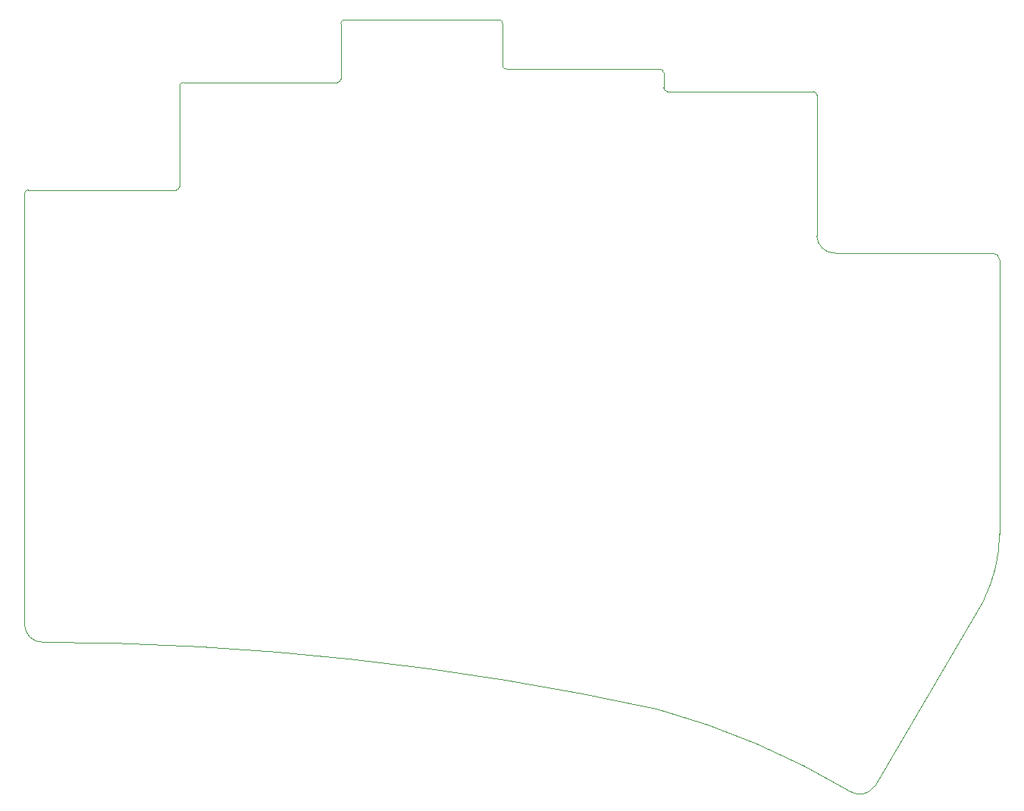
<source format=gbr>
%TF.GenerationSoftware,KiCad,Pcbnew,7.0.2*%
%TF.CreationDate,2023-04-26T16:25:08+02:00*%
%TF.ProjectId,half-swept,68616c66-2d73-4776-9570-742e6b696361,rev?*%
%TF.SameCoordinates,Original*%
%TF.FileFunction,Profile,NP*%
%FSLAX46Y46*%
G04 Gerber Fmt 4.6, Leading zero omitted, Abs format (unit mm)*
G04 Created by KiCad (PCBNEW 7.0.2) date 2023-04-26 16:25:08*
%MOMM*%
%LPD*%
G01*
G04 APERTURE LIST*
%TA.AperFunction,Profile*%
%ADD10C,0.050000*%
%TD*%
G04 APERTURE END LIST*
D10*
X127635000Y-45362000D02*
G75*
G03*
X126885000Y-44612000I-750000J0D01*
G01*
X18730000Y-37952930D02*
X18730000Y-86098610D01*
X110938000Y-104748000D02*
G75*
G03*
X89409134Y-95561946I-44316000J-74040000D01*
G01*
X107222002Y-42683999D02*
G75*
G03*
X109257002Y-44614917I1999998J69999D01*
G01*
X110938000Y-104748000D02*
G75*
G03*
X113670000Y-104149265I1070000J1650000D01*
G01*
X89409134Y-95561947D02*
G75*
G03*
X20768000Y-88081120I-69219164J-316475413D01*
G01*
X18730001Y-86098610D02*
G75*
G03*
X20767844Y-88075961I1978249J0D01*
G01*
X127635000Y-45362000D02*
X127635000Y-62484000D01*
X107222001Y-42683999D02*
X107222001Y-26950000D01*
X109257002Y-44614917D02*
X126885000Y-44612000D01*
X125888304Y-83312000D02*
X113670000Y-104149265D01*
X125888307Y-83312002D02*
G75*
G03*
X127635000Y-75987850I-15027207J7454102D01*
G01*
X127635000Y-62484000D02*
X127647000Y-69850000D01*
X127647000Y-69850000D02*
X127635000Y-75987850D01*
X36452987Y-25552801D02*
G75*
G03*
X36047194Y-25950000I13J-405899D01*
G01*
X90110000Y-24452932D02*
G75*
G03*
X89707068Y-24050000I-405800J-2868D01*
G01*
X19130000Y-37550031D02*
G75*
G03*
X18730000Y-37952930I5800J-405769D01*
G01*
X90109876Y-26150000D02*
G75*
G03*
X90510000Y-26550124I400124J0D01*
G01*
X72117160Y-18942849D02*
X72117160Y-23650000D01*
X54050124Y-25150000D02*
X54050124Y-18940000D01*
X53650000Y-25552815D02*
G75*
G03*
X54050124Y-25150000I-2700J402815D01*
G01*
X72117160Y-18942849D02*
G75*
G03*
X71717151Y-18542840I-399960J49D01*
G01*
X19130000Y-37550000D02*
X35647070Y-37550000D01*
X90510000Y-26550124D02*
X106826302Y-26550000D01*
X72117136Y-23650000D02*
G75*
G03*
X72517224Y-24050064I400064J0D01*
G01*
X107221923Y-26950000D02*
G75*
G03*
X106826302Y-26550000I-399923J100D01*
G01*
X72517224Y-24050064D02*
X89707068Y-24050000D01*
X90110000Y-24452932D02*
X90109876Y-26150000D01*
X54452928Y-18542807D02*
X71720000Y-18542807D01*
X35647070Y-37549994D02*
G75*
G03*
X36047194Y-37149876I30J400094D01*
G01*
X54452928Y-18542791D02*
G75*
G03*
X54050001Y-18942928I-28J-402909D01*
G01*
X36047194Y-37149876D02*
X36047194Y-25950000D01*
X36452987Y-25552783D02*
X53650000Y-25552783D01*
M02*

</source>
